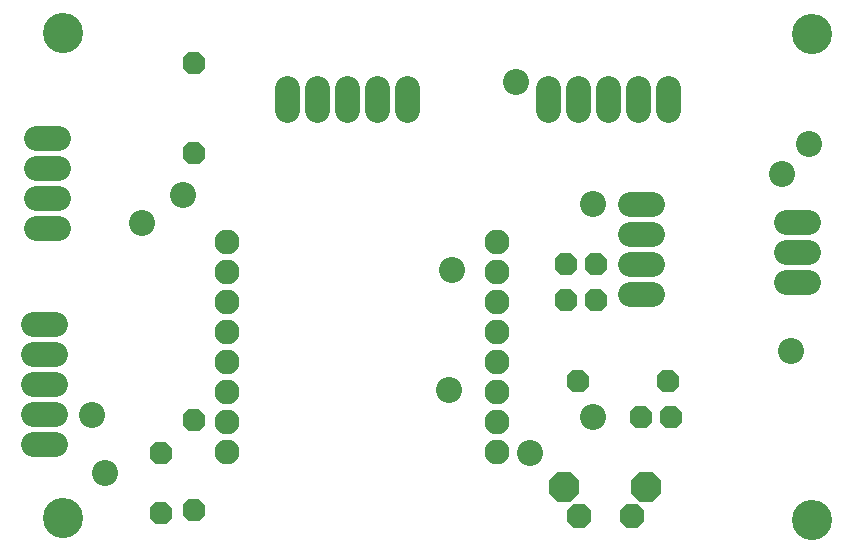
<source format=gbr>
G04 EAGLE Gerber X2 export*
%TF.Part,Single*%
%TF.FileFunction,Soldermask,Top,1*%
%TF.FilePolarity,Negative*%
%TF.GenerationSoftware,Autodesk,EAGLE,9.1.0*%
%TF.CreationDate,2020-08-16T13:30:31Z*%
G75*
%MOMM*%
%FSLAX34Y34*%
%LPD*%
%AMOC8*
5,1,8,0,0,1.08239X$1,22.5*%
G01*
%ADD10P,2.073859X8X22.500000*%
%ADD11P,2.073859X8X112.500000*%
%ADD12P,2.073859X8X292.500000*%
%ADD13C,3.403200*%
%ADD14C,2.103200*%
%ADD15P,2.276483X8X22.500000*%
%ADD16P,2.817678X8X22.500000*%
%ADD17C,2.119200*%
%ADD18P,2.073859X8X202.500000*%
%ADD19C,2.203200*%


D10*
X528320Y124460D03*
X553720Y124460D03*
D11*
X149700Y45800D03*
X149700Y122000D03*
D12*
X121760Y93980D03*
X121760Y43180D03*
D13*
X38660Y449500D03*
D14*
X177800Y120650D03*
X177800Y146050D03*
X177800Y171450D03*
X177800Y196850D03*
X177800Y222250D03*
X177800Y247650D03*
X177800Y273050D03*
X406400Y120650D03*
X406400Y146050D03*
X406400Y171450D03*
X406400Y196850D03*
X406400Y222250D03*
X406400Y247650D03*
X406400Y273050D03*
X177800Y95250D03*
X406400Y95250D03*
D15*
X475340Y40640D03*
X520340Y40640D03*
D16*
X532840Y65640D03*
X462840Y65640D03*
D17*
X32440Y101680D02*
X13280Y101680D01*
X13280Y127080D02*
X32440Y127080D01*
X32440Y152480D02*
X13280Y152480D01*
X13280Y177880D02*
X32440Y177880D01*
X32440Y203280D02*
X13280Y203280D01*
X15820Y284480D02*
X34980Y284480D01*
X34980Y309880D02*
X15820Y309880D01*
X15820Y335280D02*
X34980Y335280D01*
X34980Y360680D02*
X15820Y360680D01*
X228600Y384120D02*
X228600Y403280D01*
X254000Y403280D02*
X254000Y384120D01*
X279400Y384120D02*
X279400Y403280D01*
X304800Y403280D02*
X304800Y384120D01*
X330200Y384120D02*
X330200Y403280D01*
X449580Y403280D02*
X449580Y384120D01*
X474980Y384120D02*
X474980Y403280D01*
X500380Y403280D02*
X500380Y384120D01*
X525780Y384120D02*
X525780Y403280D01*
X551180Y403280D02*
X551180Y384120D01*
D18*
X551180Y154940D03*
X474980Y154940D03*
D17*
X518740Y228600D02*
X537900Y228600D01*
X537900Y254000D02*
X518740Y254000D01*
X518740Y279400D02*
X537900Y279400D01*
X537900Y304800D02*
X518740Y304800D01*
D13*
X39040Y39140D03*
D12*
X150000Y424060D03*
X150000Y347860D03*
D13*
X673020Y37540D03*
X673020Y449020D03*
D10*
X464820Y223520D03*
X490220Y223520D03*
X464820Y254000D03*
X490220Y254000D03*
D17*
X650820Y289560D02*
X669980Y289560D01*
X669980Y264160D02*
X650820Y264160D01*
X650820Y238760D02*
X669980Y238760D01*
D19*
X487680Y304800D03*
X434340Y93980D03*
X647700Y330200D03*
X106000Y289000D03*
X422000Y408000D03*
X140300Y312780D03*
X365760Y147320D03*
X63000Y126000D03*
X74000Y77000D03*
X487680Y124460D03*
X655320Y180340D03*
X368300Y248920D03*
X670560Y355600D03*
M02*

</source>
